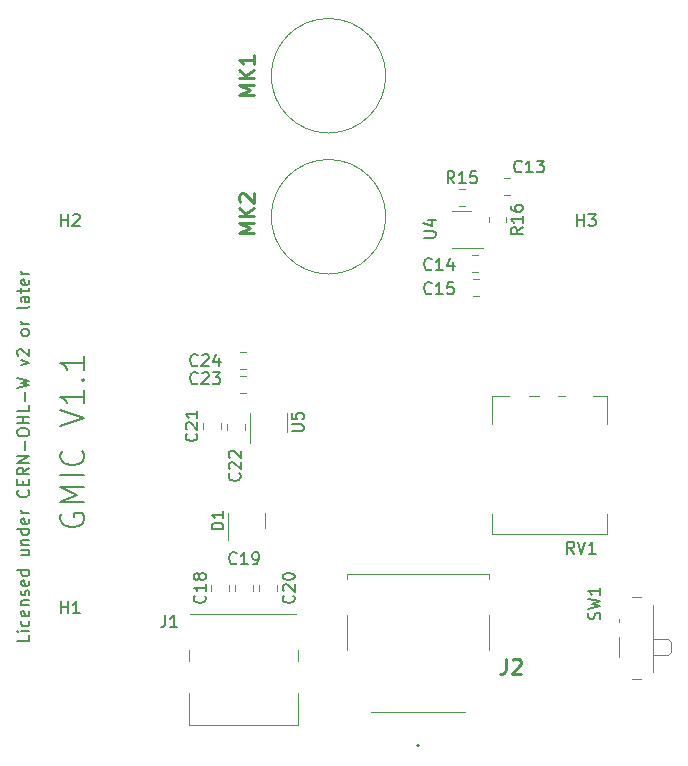
<source format=gbr>
G04 #@! TF.GenerationSoftware,KiCad,Pcbnew,7.0.1*
G04 #@! TF.CreationDate,2023-03-23T18:13:04+01:00*
G04 #@! TF.ProjectId,Project_Gmic,50726f6a-6563-4745-9f47-6d69632e6b69,V1.1*
G04 #@! TF.SameCoordinates,Original*
G04 #@! TF.FileFunction,Legend,Top*
G04 #@! TF.FilePolarity,Positive*
%FSLAX46Y46*%
G04 Gerber Fmt 4.6, Leading zero omitted, Abs format (unit mm)*
G04 Created by KiCad (PCBNEW 7.0.1) date 2023-03-23 18:13:04*
%MOMM*%
%LPD*%
G01*
G04 APERTURE LIST*
%ADD10C,0.150000*%
%ADD11C,0.200000*%
%ADD12C,0.254000*%
%ADD13C,0.120000*%
%ADD14C,0.100000*%
G04 APERTURE END LIST*
D10*
X2621619Y-145929049D02*
X2621619Y-146405239D01*
X2621619Y-146405239D02*
X1621619Y-146405239D01*
X2621619Y-145595715D02*
X1954952Y-145595715D01*
X1621619Y-145595715D02*
X1669238Y-145643334D01*
X1669238Y-145643334D02*
X1716857Y-145595715D01*
X1716857Y-145595715D02*
X1669238Y-145548096D01*
X1669238Y-145548096D02*
X1621619Y-145595715D01*
X1621619Y-145595715D02*
X1716857Y-145595715D01*
X2574000Y-144690954D02*
X2621619Y-144786192D01*
X2621619Y-144786192D02*
X2621619Y-144976668D01*
X2621619Y-144976668D02*
X2574000Y-145071906D01*
X2574000Y-145071906D02*
X2526380Y-145119525D01*
X2526380Y-145119525D02*
X2431142Y-145167144D01*
X2431142Y-145167144D02*
X2145428Y-145167144D01*
X2145428Y-145167144D02*
X2050190Y-145119525D01*
X2050190Y-145119525D02*
X2002571Y-145071906D01*
X2002571Y-145071906D02*
X1954952Y-144976668D01*
X1954952Y-144976668D02*
X1954952Y-144786192D01*
X1954952Y-144786192D02*
X2002571Y-144690954D01*
X2574000Y-143881430D02*
X2621619Y-143976668D01*
X2621619Y-143976668D02*
X2621619Y-144167144D01*
X2621619Y-144167144D02*
X2574000Y-144262382D01*
X2574000Y-144262382D02*
X2478761Y-144310001D01*
X2478761Y-144310001D02*
X2097809Y-144310001D01*
X2097809Y-144310001D02*
X2002571Y-144262382D01*
X2002571Y-144262382D02*
X1954952Y-144167144D01*
X1954952Y-144167144D02*
X1954952Y-143976668D01*
X1954952Y-143976668D02*
X2002571Y-143881430D01*
X2002571Y-143881430D02*
X2097809Y-143833811D01*
X2097809Y-143833811D02*
X2193047Y-143833811D01*
X2193047Y-143833811D02*
X2288285Y-144310001D01*
X1954952Y-143405239D02*
X2621619Y-143405239D01*
X2050190Y-143405239D02*
X2002571Y-143357620D01*
X2002571Y-143357620D02*
X1954952Y-143262382D01*
X1954952Y-143262382D02*
X1954952Y-143119525D01*
X1954952Y-143119525D02*
X2002571Y-143024287D01*
X2002571Y-143024287D02*
X2097809Y-142976668D01*
X2097809Y-142976668D02*
X2621619Y-142976668D01*
X2574000Y-142548096D02*
X2621619Y-142452858D01*
X2621619Y-142452858D02*
X2621619Y-142262382D01*
X2621619Y-142262382D02*
X2574000Y-142167144D01*
X2574000Y-142167144D02*
X2478761Y-142119525D01*
X2478761Y-142119525D02*
X2431142Y-142119525D01*
X2431142Y-142119525D02*
X2335904Y-142167144D01*
X2335904Y-142167144D02*
X2288285Y-142262382D01*
X2288285Y-142262382D02*
X2288285Y-142405239D01*
X2288285Y-142405239D02*
X2240666Y-142500477D01*
X2240666Y-142500477D02*
X2145428Y-142548096D01*
X2145428Y-142548096D02*
X2097809Y-142548096D01*
X2097809Y-142548096D02*
X2002571Y-142500477D01*
X2002571Y-142500477D02*
X1954952Y-142405239D01*
X1954952Y-142405239D02*
X1954952Y-142262382D01*
X1954952Y-142262382D02*
X2002571Y-142167144D01*
X2574000Y-141310001D02*
X2621619Y-141405239D01*
X2621619Y-141405239D02*
X2621619Y-141595715D01*
X2621619Y-141595715D02*
X2574000Y-141690953D01*
X2574000Y-141690953D02*
X2478761Y-141738572D01*
X2478761Y-141738572D02*
X2097809Y-141738572D01*
X2097809Y-141738572D02*
X2002571Y-141690953D01*
X2002571Y-141690953D02*
X1954952Y-141595715D01*
X1954952Y-141595715D02*
X1954952Y-141405239D01*
X1954952Y-141405239D02*
X2002571Y-141310001D01*
X2002571Y-141310001D02*
X2097809Y-141262382D01*
X2097809Y-141262382D02*
X2193047Y-141262382D01*
X2193047Y-141262382D02*
X2288285Y-141738572D01*
X2621619Y-140405239D02*
X1621619Y-140405239D01*
X2574000Y-140405239D02*
X2621619Y-140500477D01*
X2621619Y-140500477D02*
X2621619Y-140690953D01*
X2621619Y-140690953D02*
X2574000Y-140786191D01*
X2574000Y-140786191D02*
X2526380Y-140833810D01*
X2526380Y-140833810D02*
X2431142Y-140881429D01*
X2431142Y-140881429D02*
X2145428Y-140881429D01*
X2145428Y-140881429D02*
X2050190Y-140833810D01*
X2050190Y-140833810D02*
X2002571Y-140786191D01*
X2002571Y-140786191D02*
X1954952Y-140690953D01*
X1954952Y-140690953D02*
X1954952Y-140500477D01*
X1954952Y-140500477D02*
X2002571Y-140405239D01*
X1954952Y-138738572D02*
X2621619Y-138738572D01*
X1954952Y-139167143D02*
X2478761Y-139167143D01*
X2478761Y-139167143D02*
X2574000Y-139119524D01*
X2574000Y-139119524D02*
X2621619Y-139024286D01*
X2621619Y-139024286D02*
X2621619Y-138881429D01*
X2621619Y-138881429D02*
X2574000Y-138786191D01*
X2574000Y-138786191D02*
X2526380Y-138738572D01*
X1954952Y-138262381D02*
X2621619Y-138262381D01*
X2050190Y-138262381D02*
X2002571Y-138214762D01*
X2002571Y-138214762D02*
X1954952Y-138119524D01*
X1954952Y-138119524D02*
X1954952Y-137976667D01*
X1954952Y-137976667D02*
X2002571Y-137881429D01*
X2002571Y-137881429D02*
X2097809Y-137833810D01*
X2097809Y-137833810D02*
X2621619Y-137833810D01*
X2621619Y-136929048D02*
X1621619Y-136929048D01*
X2574000Y-136929048D02*
X2621619Y-137024286D01*
X2621619Y-137024286D02*
X2621619Y-137214762D01*
X2621619Y-137214762D02*
X2574000Y-137310000D01*
X2574000Y-137310000D02*
X2526380Y-137357619D01*
X2526380Y-137357619D02*
X2431142Y-137405238D01*
X2431142Y-137405238D02*
X2145428Y-137405238D01*
X2145428Y-137405238D02*
X2050190Y-137357619D01*
X2050190Y-137357619D02*
X2002571Y-137310000D01*
X2002571Y-137310000D02*
X1954952Y-137214762D01*
X1954952Y-137214762D02*
X1954952Y-137024286D01*
X1954952Y-137024286D02*
X2002571Y-136929048D01*
X2574000Y-136071905D02*
X2621619Y-136167143D01*
X2621619Y-136167143D02*
X2621619Y-136357619D01*
X2621619Y-136357619D02*
X2574000Y-136452857D01*
X2574000Y-136452857D02*
X2478761Y-136500476D01*
X2478761Y-136500476D02*
X2097809Y-136500476D01*
X2097809Y-136500476D02*
X2002571Y-136452857D01*
X2002571Y-136452857D02*
X1954952Y-136357619D01*
X1954952Y-136357619D02*
X1954952Y-136167143D01*
X1954952Y-136167143D02*
X2002571Y-136071905D01*
X2002571Y-136071905D02*
X2097809Y-136024286D01*
X2097809Y-136024286D02*
X2193047Y-136024286D01*
X2193047Y-136024286D02*
X2288285Y-136500476D01*
X2621619Y-135595714D02*
X1954952Y-135595714D01*
X2145428Y-135595714D02*
X2050190Y-135548095D01*
X2050190Y-135548095D02*
X2002571Y-135500476D01*
X2002571Y-135500476D02*
X1954952Y-135405238D01*
X1954952Y-135405238D02*
X1954952Y-135310000D01*
X2526380Y-133643333D02*
X2574000Y-133690952D01*
X2574000Y-133690952D02*
X2621619Y-133833809D01*
X2621619Y-133833809D02*
X2621619Y-133929047D01*
X2621619Y-133929047D02*
X2574000Y-134071904D01*
X2574000Y-134071904D02*
X2478761Y-134167142D01*
X2478761Y-134167142D02*
X2383523Y-134214761D01*
X2383523Y-134214761D02*
X2193047Y-134262380D01*
X2193047Y-134262380D02*
X2050190Y-134262380D01*
X2050190Y-134262380D02*
X1859714Y-134214761D01*
X1859714Y-134214761D02*
X1764476Y-134167142D01*
X1764476Y-134167142D02*
X1669238Y-134071904D01*
X1669238Y-134071904D02*
X1621619Y-133929047D01*
X1621619Y-133929047D02*
X1621619Y-133833809D01*
X1621619Y-133833809D02*
X1669238Y-133690952D01*
X1669238Y-133690952D02*
X1716857Y-133643333D01*
X2097809Y-133214761D02*
X2097809Y-132881428D01*
X2621619Y-132738571D02*
X2621619Y-133214761D01*
X2621619Y-133214761D02*
X1621619Y-133214761D01*
X1621619Y-133214761D02*
X1621619Y-132738571D01*
X2621619Y-131738571D02*
X2145428Y-132071904D01*
X2621619Y-132309999D02*
X1621619Y-132309999D01*
X1621619Y-132309999D02*
X1621619Y-131929047D01*
X1621619Y-131929047D02*
X1669238Y-131833809D01*
X1669238Y-131833809D02*
X1716857Y-131786190D01*
X1716857Y-131786190D02*
X1812095Y-131738571D01*
X1812095Y-131738571D02*
X1954952Y-131738571D01*
X1954952Y-131738571D02*
X2050190Y-131786190D01*
X2050190Y-131786190D02*
X2097809Y-131833809D01*
X2097809Y-131833809D02*
X2145428Y-131929047D01*
X2145428Y-131929047D02*
X2145428Y-132309999D01*
X2621619Y-131309999D02*
X1621619Y-131309999D01*
X1621619Y-131309999D02*
X2621619Y-130738571D01*
X2621619Y-130738571D02*
X1621619Y-130738571D01*
X2240666Y-130262380D02*
X2240666Y-129500476D01*
X1621619Y-128833809D02*
X1621619Y-128643333D01*
X1621619Y-128643333D02*
X1669238Y-128548095D01*
X1669238Y-128548095D02*
X1764476Y-128452857D01*
X1764476Y-128452857D02*
X1954952Y-128405238D01*
X1954952Y-128405238D02*
X2288285Y-128405238D01*
X2288285Y-128405238D02*
X2478761Y-128452857D01*
X2478761Y-128452857D02*
X2574000Y-128548095D01*
X2574000Y-128548095D02*
X2621619Y-128643333D01*
X2621619Y-128643333D02*
X2621619Y-128833809D01*
X2621619Y-128833809D02*
X2574000Y-128929047D01*
X2574000Y-128929047D02*
X2478761Y-129024285D01*
X2478761Y-129024285D02*
X2288285Y-129071904D01*
X2288285Y-129071904D02*
X1954952Y-129071904D01*
X1954952Y-129071904D02*
X1764476Y-129024285D01*
X1764476Y-129024285D02*
X1669238Y-128929047D01*
X1669238Y-128929047D02*
X1621619Y-128833809D01*
X2621619Y-127976666D02*
X1621619Y-127976666D01*
X2097809Y-127976666D02*
X2097809Y-127405238D01*
X2621619Y-127405238D02*
X1621619Y-127405238D01*
X2621619Y-126452857D02*
X2621619Y-126929047D01*
X2621619Y-126929047D02*
X1621619Y-126929047D01*
X2240666Y-126119523D02*
X2240666Y-125357619D01*
X1621619Y-124976666D02*
X2621619Y-124738571D01*
X2621619Y-124738571D02*
X1907333Y-124548095D01*
X1907333Y-124548095D02*
X2621619Y-124357619D01*
X2621619Y-124357619D02*
X1621619Y-124119524D01*
X1954952Y-123071904D02*
X2621619Y-122833809D01*
X2621619Y-122833809D02*
X1954952Y-122595714D01*
X1716857Y-122262380D02*
X1669238Y-122214761D01*
X1669238Y-122214761D02*
X1621619Y-122119523D01*
X1621619Y-122119523D02*
X1621619Y-121881428D01*
X1621619Y-121881428D02*
X1669238Y-121786190D01*
X1669238Y-121786190D02*
X1716857Y-121738571D01*
X1716857Y-121738571D02*
X1812095Y-121690952D01*
X1812095Y-121690952D02*
X1907333Y-121690952D01*
X1907333Y-121690952D02*
X2050190Y-121738571D01*
X2050190Y-121738571D02*
X2621619Y-122309999D01*
X2621619Y-122309999D02*
X2621619Y-121690952D01*
X2621619Y-120357618D02*
X2574000Y-120452856D01*
X2574000Y-120452856D02*
X2526380Y-120500475D01*
X2526380Y-120500475D02*
X2431142Y-120548094D01*
X2431142Y-120548094D02*
X2145428Y-120548094D01*
X2145428Y-120548094D02*
X2050190Y-120500475D01*
X2050190Y-120500475D02*
X2002571Y-120452856D01*
X2002571Y-120452856D02*
X1954952Y-120357618D01*
X1954952Y-120357618D02*
X1954952Y-120214761D01*
X1954952Y-120214761D02*
X2002571Y-120119523D01*
X2002571Y-120119523D02*
X2050190Y-120071904D01*
X2050190Y-120071904D02*
X2145428Y-120024285D01*
X2145428Y-120024285D02*
X2431142Y-120024285D01*
X2431142Y-120024285D02*
X2526380Y-120071904D01*
X2526380Y-120071904D02*
X2574000Y-120119523D01*
X2574000Y-120119523D02*
X2621619Y-120214761D01*
X2621619Y-120214761D02*
X2621619Y-120357618D01*
X2621619Y-119595713D02*
X1954952Y-119595713D01*
X2145428Y-119595713D02*
X2050190Y-119548094D01*
X2050190Y-119548094D02*
X2002571Y-119500475D01*
X2002571Y-119500475D02*
X1954952Y-119405237D01*
X1954952Y-119405237D02*
X1954952Y-119309999D01*
X2621619Y-118071903D02*
X2574000Y-118167141D01*
X2574000Y-118167141D02*
X2478761Y-118214760D01*
X2478761Y-118214760D02*
X1621619Y-118214760D01*
X2621619Y-117262379D02*
X2097809Y-117262379D01*
X2097809Y-117262379D02*
X2002571Y-117309998D01*
X2002571Y-117309998D02*
X1954952Y-117405236D01*
X1954952Y-117405236D02*
X1954952Y-117595712D01*
X1954952Y-117595712D02*
X2002571Y-117690950D01*
X2574000Y-117262379D02*
X2621619Y-117357617D01*
X2621619Y-117357617D02*
X2621619Y-117595712D01*
X2621619Y-117595712D02*
X2574000Y-117690950D01*
X2574000Y-117690950D02*
X2478761Y-117738569D01*
X2478761Y-117738569D02*
X2383523Y-117738569D01*
X2383523Y-117738569D02*
X2288285Y-117690950D01*
X2288285Y-117690950D02*
X2240666Y-117595712D01*
X2240666Y-117595712D02*
X2240666Y-117357617D01*
X2240666Y-117357617D02*
X2193047Y-117262379D01*
X1954952Y-116929045D02*
X1954952Y-116548093D01*
X1621619Y-116786188D02*
X2478761Y-116786188D01*
X2478761Y-116786188D02*
X2574000Y-116738569D01*
X2574000Y-116738569D02*
X2621619Y-116643331D01*
X2621619Y-116643331D02*
X2621619Y-116548093D01*
X2574000Y-115833807D02*
X2621619Y-115929045D01*
X2621619Y-115929045D02*
X2621619Y-116119521D01*
X2621619Y-116119521D02*
X2574000Y-116214759D01*
X2574000Y-116214759D02*
X2478761Y-116262378D01*
X2478761Y-116262378D02*
X2097809Y-116262378D01*
X2097809Y-116262378D02*
X2002571Y-116214759D01*
X2002571Y-116214759D02*
X1954952Y-116119521D01*
X1954952Y-116119521D02*
X1954952Y-115929045D01*
X1954952Y-115929045D02*
X2002571Y-115833807D01*
X2002571Y-115833807D02*
X2097809Y-115786188D01*
X2097809Y-115786188D02*
X2193047Y-115786188D01*
X2193047Y-115786188D02*
X2288285Y-116262378D01*
X2621619Y-115357616D02*
X1954952Y-115357616D01*
X2145428Y-115357616D02*
X2050190Y-115309997D01*
X2050190Y-115309997D02*
X2002571Y-115262378D01*
X2002571Y-115262378D02*
X1954952Y-115167140D01*
X1954952Y-115167140D02*
X1954952Y-115071902D01*
D11*
X5370476Y-135635238D02*
X5275238Y-135825714D01*
X5275238Y-135825714D02*
X5275238Y-136111428D01*
X5275238Y-136111428D02*
X5370476Y-136397143D01*
X5370476Y-136397143D02*
X5560952Y-136587619D01*
X5560952Y-136587619D02*
X5751428Y-136682857D01*
X5751428Y-136682857D02*
X6132380Y-136778095D01*
X6132380Y-136778095D02*
X6418095Y-136778095D01*
X6418095Y-136778095D02*
X6799047Y-136682857D01*
X6799047Y-136682857D02*
X6989523Y-136587619D01*
X6989523Y-136587619D02*
X7180000Y-136397143D01*
X7180000Y-136397143D02*
X7275238Y-136111428D01*
X7275238Y-136111428D02*
X7275238Y-135920952D01*
X7275238Y-135920952D02*
X7180000Y-135635238D01*
X7180000Y-135635238D02*
X7084761Y-135540000D01*
X7084761Y-135540000D02*
X6418095Y-135540000D01*
X6418095Y-135540000D02*
X6418095Y-135920952D01*
X7275238Y-134682857D02*
X5275238Y-134682857D01*
X5275238Y-134682857D02*
X6703809Y-134016190D01*
X6703809Y-134016190D02*
X5275238Y-133349524D01*
X5275238Y-133349524D02*
X7275238Y-133349524D01*
X7275238Y-132397143D02*
X5275238Y-132397143D01*
X7084761Y-130301905D02*
X7180000Y-130397143D01*
X7180000Y-130397143D02*
X7275238Y-130682857D01*
X7275238Y-130682857D02*
X7275238Y-130873333D01*
X7275238Y-130873333D02*
X7180000Y-131159048D01*
X7180000Y-131159048D02*
X6989523Y-131349524D01*
X6989523Y-131349524D02*
X6799047Y-131444762D01*
X6799047Y-131444762D02*
X6418095Y-131540000D01*
X6418095Y-131540000D02*
X6132380Y-131540000D01*
X6132380Y-131540000D02*
X5751428Y-131444762D01*
X5751428Y-131444762D02*
X5560952Y-131349524D01*
X5560952Y-131349524D02*
X5370476Y-131159048D01*
X5370476Y-131159048D02*
X5275238Y-130873333D01*
X5275238Y-130873333D02*
X5275238Y-130682857D01*
X5275238Y-130682857D02*
X5370476Y-130397143D01*
X5370476Y-130397143D02*
X5465714Y-130301905D01*
X5275238Y-128206666D02*
X7275238Y-127540000D01*
X7275238Y-127540000D02*
X5275238Y-126873333D01*
X7275238Y-125159047D02*
X7275238Y-126301904D01*
X7275238Y-125730476D02*
X5275238Y-125730476D01*
X5275238Y-125730476D02*
X5560952Y-125920952D01*
X5560952Y-125920952D02*
X5751428Y-126111428D01*
X5751428Y-126111428D02*
X5846666Y-126301904D01*
X7084761Y-124301904D02*
X7180000Y-124206666D01*
X7180000Y-124206666D02*
X7275238Y-124301904D01*
X7275238Y-124301904D02*
X7180000Y-124397142D01*
X7180000Y-124397142D02*
X7084761Y-124301904D01*
X7084761Y-124301904D02*
X7275238Y-124301904D01*
X7275238Y-122301904D02*
X7275238Y-123444761D01*
X7275238Y-122873333D02*
X5275238Y-122873333D01*
X5275238Y-122873333D02*
X5560952Y-123063809D01*
X5560952Y-123063809D02*
X5751428Y-123254285D01*
X5751428Y-123254285D02*
X5846666Y-123444761D01*
D10*
X48769761Y-139012619D02*
X48436428Y-138536428D01*
X48198333Y-139012619D02*
X48198333Y-138012619D01*
X48198333Y-138012619D02*
X48579285Y-138012619D01*
X48579285Y-138012619D02*
X48674523Y-138060238D01*
X48674523Y-138060238D02*
X48722142Y-138107857D01*
X48722142Y-138107857D02*
X48769761Y-138203095D01*
X48769761Y-138203095D02*
X48769761Y-138345952D01*
X48769761Y-138345952D02*
X48722142Y-138441190D01*
X48722142Y-138441190D02*
X48674523Y-138488809D01*
X48674523Y-138488809D02*
X48579285Y-138536428D01*
X48579285Y-138536428D02*
X48198333Y-138536428D01*
X49055476Y-138012619D02*
X49388809Y-139012619D01*
X49388809Y-139012619D02*
X49722142Y-138012619D01*
X50579285Y-139012619D02*
X50007857Y-139012619D01*
X50293571Y-139012619D02*
X50293571Y-138012619D01*
X50293571Y-138012619D02*
X50198333Y-138155476D01*
X50198333Y-138155476D02*
X50103095Y-138250714D01*
X50103095Y-138250714D02*
X50007857Y-138298333D01*
D12*
X43010667Y-147907526D02*
X43010667Y-148814669D01*
X43010667Y-148814669D02*
X42950190Y-148996097D01*
X42950190Y-148996097D02*
X42829238Y-149117050D01*
X42829238Y-149117050D02*
X42647809Y-149177526D01*
X42647809Y-149177526D02*
X42526857Y-149177526D01*
X43554952Y-148028478D02*
X43615428Y-147968002D01*
X43615428Y-147968002D02*
X43736381Y-147907526D01*
X43736381Y-147907526D02*
X44038762Y-147907526D01*
X44038762Y-147907526D02*
X44159714Y-147968002D01*
X44159714Y-147968002D02*
X44220190Y-148028478D01*
X44220190Y-148028478D02*
X44280667Y-148149430D01*
X44280667Y-148149430D02*
X44280667Y-148270383D01*
X44280667Y-148270383D02*
X44220190Y-148451811D01*
X44220190Y-148451811D02*
X43494476Y-149177526D01*
X43494476Y-149177526D02*
X44280667Y-149177526D01*
D10*
X44315142Y-106637380D02*
X44267523Y-106685000D01*
X44267523Y-106685000D02*
X44124666Y-106732619D01*
X44124666Y-106732619D02*
X44029428Y-106732619D01*
X44029428Y-106732619D02*
X43886571Y-106685000D01*
X43886571Y-106685000D02*
X43791333Y-106589761D01*
X43791333Y-106589761D02*
X43743714Y-106494523D01*
X43743714Y-106494523D02*
X43696095Y-106304047D01*
X43696095Y-106304047D02*
X43696095Y-106161190D01*
X43696095Y-106161190D02*
X43743714Y-105970714D01*
X43743714Y-105970714D02*
X43791333Y-105875476D01*
X43791333Y-105875476D02*
X43886571Y-105780238D01*
X43886571Y-105780238D02*
X44029428Y-105732619D01*
X44029428Y-105732619D02*
X44124666Y-105732619D01*
X44124666Y-105732619D02*
X44267523Y-105780238D01*
X44267523Y-105780238D02*
X44315142Y-105827857D01*
X45267523Y-106732619D02*
X44696095Y-106732619D01*
X44981809Y-106732619D02*
X44981809Y-105732619D01*
X44981809Y-105732619D02*
X44886571Y-105875476D01*
X44886571Y-105875476D02*
X44791333Y-105970714D01*
X44791333Y-105970714D02*
X44696095Y-106018333D01*
X45600857Y-105732619D02*
X46219904Y-105732619D01*
X46219904Y-105732619D02*
X45886571Y-106113571D01*
X45886571Y-106113571D02*
X46029428Y-106113571D01*
X46029428Y-106113571D02*
X46124666Y-106161190D01*
X46124666Y-106161190D02*
X46172285Y-106208809D01*
X46172285Y-106208809D02*
X46219904Y-106304047D01*
X46219904Y-106304047D02*
X46219904Y-106542142D01*
X46219904Y-106542142D02*
X46172285Y-106637380D01*
X46172285Y-106637380D02*
X46124666Y-106685000D01*
X46124666Y-106685000D02*
X46029428Y-106732619D01*
X46029428Y-106732619D02*
X45743714Y-106732619D01*
X45743714Y-106732619D02*
X45648476Y-106685000D01*
X45648476Y-106685000D02*
X45600857Y-106637380D01*
X36695142Y-114921380D02*
X36647523Y-114969000D01*
X36647523Y-114969000D02*
X36504666Y-115016619D01*
X36504666Y-115016619D02*
X36409428Y-115016619D01*
X36409428Y-115016619D02*
X36266571Y-114969000D01*
X36266571Y-114969000D02*
X36171333Y-114873761D01*
X36171333Y-114873761D02*
X36123714Y-114778523D01*
X36123714Y-114778523D02*
X36076095Y-114588047D01*
X36076095Y-114588047D02*
X36076095Y-114445190D01*
X36076095Y-114445190D02*
X36123714Y-114254714D01*
X36123714Y-114254714D02*
X36171333Y-114159476D01*
X36171333Y-114159476D02*
X36266571Y-114064238D01*
X36266571Y-114064238D02*
X36409428Y-114016619D01*
X36409428Y-114016619D02*
X36504666Y-114016619D01*
X36504666Y-114016619D02*
X36647523Y-114064238D01*
X36647523Y-114064238D02*
X36695142Y-114111857D01*
X37647523Y-115016619D02*
X37076095Y-115016619D01*
X37361809Y-115016619D02*
X37361809Y-114016619D01*
X37361809Y-114016619D02*
X37266571Y-114159476D01*
X37266571Y-114159476D02*
X37171333Y-114254714D01*
X37171333Y-114254714D02*
X37076095Y-114302333D01*
X38504666Y-114349952D02*
X38504666Y-115016619D01*
X38266571Y-113969000D02*
X38028476Y-114683285D01*
X38028476Y-114683285D02*
X38647523Y-114683285D01*
X17483380Y-142562857D02*
X17531000Y-142610476D01*
X17531000Y-142610476D02*
X17578619Y-142753333D01*
X17578619Y-142753333D02*
X17578619Y-142848571D01*
X17578619Y-142848571D02*
X17531000Y-142991428D01*
X17531000Y-142991428D02*
X17435761Y-143086666D01*
X17435761Y-143086666D02*
X17340523Y-143134285D01*
X17340523Y-143134285D02*
X17150047Y-143181904D01*
X17150047Y-143181904D02*
X17007190Y-143181904D01*
X17007190Y-143181904D02*
X16816714Y-143134285D01*
X16816714Y-143134285D02*
X16721476Y-143086666D01*
X16721476Y-143086666D02*
X16626238Y-142991428D01*
X16626238Y-142991428D02*
X16578619Y-142848571D01*
X16578619Y-142848571D02*
X16578619Y-142753333D01*
X16578619Y-142753333D02*
X16626238Y-142610476D01*
X16626238Y-142610476D02*
X16673857Y-142562857D01*
X17578619Y-141610476D02*
X17578619Y-142181904D01*
X17578619Y-141896190D02*
X16578619Y-141896190D01*
X16578619Y-141896190D02*
X16721476Y-141991428D01*
X16721476Y-141991428D02*
X16816714Y-142086666D01*
X16816714Y-142086666D02*
X16864333Y-142181904D01*
X17007190Y-141039047D02*
X16959571Y-141134285D01*
X16959571Y-141134285D02*
X16911952Y-141181904D01*
X16911952Y-141181904D02*
X16816714Y-141229523D01*
X16816714Y-141229523D02*
X16769095Y-141229523D01*
X16769095Y-141229523D02*
X16673857Y-141181904D01*
X16673857Y-141181904D02*
X16626238Y-141134285D01*
X16626238Y-141134285D02*
X16578619Y-141039047D01*
X16578619Y-141039047D02*
X16578619Y-140848571D01*
X16578619Y-140848571D02*
X16626238Y-140753333D01*
X16626238Y-140753333D02*
X16673857Y-140705714D01*
X16673857Y-140705714D02*
X16769095Y-140658095D01*
X16769095Y-140658095D02*
X16816714Y-140658095D01*
X16816714Y-140658095D02*
X16911952Y-140705714D01*
X16911952Y-140705714D02*
X16959571Y-140753333D01*
X16959571Y-140753333D02*
X17007190Y-140848571D01*
X17007190Y-140848571D02*
X17007190Y-141039047D01*
X17007190Y-141039047D02*
X17054809Y-141134285D01*
X17054809Y-141134285D02*
X17102428Y-141181904D01*
X17102428Y-141181904D02*
X17197666Y-141229523D01*
X17197666Y-141229523D02*
X17388142Y-141229523D01*
X17388142Y-141229523D02*
X17483380Y-141181904D01*
X17483380Y-141181904D02*
X17531000Y-141134285D01*
X17531000Y-141134285D02*
X17578619Y-141039047D01*
X17578619Y-141039047D02*
X17578619Y-140848571D01*
X17578619Y-140848571D02*
X17531000Y-140753333D01*
X17531000Y-140753333D02*
X17483380Y-140705714D01*
X17483380Y-140705714D02*
X17388142Y-140658095D01*
X17388142Y-140658095D02*
X17197666Y-140658095D01*
X17197666Y-140658095D02*
X17102428Y-140705714D01*
X17102428Y-140705714D02*
X17054809Y-140753333D01*
X17054809Y-140753333D02*
X17007190Y-140848571D01*
X20185142Y-139813380D02*
X20137523Y-139861000D01*
X20137523Y-139861000D02*
X19994666Y-139908619D01*
X19994666Y-139908619D02*
X19899428Y-139908619D01*
X19899428Y-139908619D02*
X19756571Y-139861000D01*
X19756571Y-139861000D02*
X19661333Y-139765761D01*
X19661333Y-139765761D02*
X19613714Y-139670523D01*
X19613714Y-139670523D02*
X19566095Y-139480047D01*
X19566095Y-139480047D02*
X19566095Y-139337190D01*
X19566095Y-139337190D02*
X19613714Y-139146714D01*
X19613714Y-139146714D02*
X19661333Y-139051476D01*
X19661333Y-139051476D02*
X19756571Y-138956238D01*
X19756571Y-138956238D02*
X19899428Y-138908619D01*
X19899428Y-138908619D02*
X19994666Y-138908619D01*
X19994666Y-138908619D02*
X20137523Y-138956238D01*
X20137523Y-138956238D02*
X20185142Y-139003857D01*
X21137523Y-139908619D02*
X20566095Y-139908619D01*
X20851809Y-139908619D02*
X20851809Y-138908619D01*
X20851809Y-138908619D02*
X20756571Y-139051476D01*
X20756571Y-139051476D02*
X20661333Y-139146714D01*
X20661333Y-139146714D02*
X20566095Y-139194333D01*
X21613714Y-139908619D02*
X21804190Y-139908619D01*
X21804190Y-139908619D02*
X21899428Y-139861000D01*
X21899428Y-139861000D02*
X21947047Y-139813380D01*
X21947047Y-139813380D02*
X22042285Y-139670523D01*
X22042285Y-139670523D02*
X22089904Y-139480047D01*
X22089904Y-139480047D02*
X22089904Y-139099095D01*
X22089904Y-139099095D02*
X22042285Y-139003857D01*
X22042285Y-139003857D02*
X21994666Y-138956238D01*
X21994666Y-138956238D02*
X21899428Y-138908619D01*
X21899428Y-138908619D02*
X21708952Y-138908619D01*
X21708952Y-138908619D02*
X21613714Y-138956238D01*
X21613714Y-138956238D02*
X21566095Y-139003857D01*
X21566095Y-139003857D02*
X21518476Y-139099095D01*
X21518476Y-139099095D02*
X21518476Y-139337190D01*
X21518476Y-139337190D02*
X21566095Y-139432428D01*
X21566095Y-139432428D02*
X21613714Y-139480047D01*
X21613714Y-139480047D02*
X21708952Y-139527666D01*
X21708952Y-139527666D02*
X21899428Y-139527666D01*
X21899428Y-139527666D02*
X21994666Y-139480047D01*
X21994666Y-139480047D02*
X22042285Y-139432428D01*
X22042285Y-139432428D02*
X22089904Y-139337190D01*
X25005380Y-142562857D02*
X25053000Y-142610476D01*
X25053000Y-142610476D02*
X25100619Y-142753333D01*
X25100619Y-142753333D02*
X25100619Y-142848571D01*
X25100619Y-142848571D02*
X25053000Y-142991428D01*
X25053000Y-142991428D02*
X24957761Y-143086666D01*
X24957761Y-143086666D02*
X24862523Y-143134285D01*
X24862523Y-143134285D02*
X24672047Y-143181904D01*
X24672047Y-143181904D02*
X24529190Y-143181904D01*
X24529190Y-143181904D02*
X24338714Y-143134285D01*
X24338714Y-143134285D02*
X24243476Y-143086666D01*
X24243476Y-143086666D02*
X24148238Y-142991428D01*
X24148238Y-142991428D02*
X24100619Y-142848571D01*
X24100619Y-142848571D02*
X24100619Y-142753333D01*
X24100619Y-142753333D02*
X24148238Y-142610476D01*
X24148238Y-142610476D02*
X24195857Y-142562857D01*
X24195857Y-142181904D02*
X24148238Y-142134285D01*
X24148238Y-142134285D02*
X24100619Y-142039047D01*
X24100619Y-142039047D02*
X24100619Y-141800952D01*
X24100619Y-141800952D02*
X24148238Y-141705714D01*
X24148238Y-141705714D02*
X24195857Y-141658095D01*
X24195857Y-141658095D02*
X24291095Y-141610476D01*
X24291095Y-141610476D02*
X24386333Y-141610476D01*
X24386333Y-141610476D02*
X24529190Y-141658095D01*
X24529190Y-141658095D02*
X25100619Y-142229523D01*
X25100619Y-142229523D02*
X25100619Y-141610476D01*
X24100619Y-140991428D02*
X24100619Y-140896190D01*
X24100619Y-140896190D02*
X24148238Y-140800952D01*
X24148238Y-140800952D02*
X24195857Y-140753333D01*
X24195857Y-140753333D02*
X24291095Y-140705714D01*
X24291095Y-140705714D02*
X24481571Y-140658095D01*
X24481571Y-140658095D02*
X24719666Y-140658095D01*
X24719666Y-140658095D02*
X24910142Y-140705714D01*
X24910142Y-140705714D02*
X25005380Y-140753333D01*
X25005380Y-140753333D02*
X25053000Y-140800952D01*
X25053000Y-140800952D02*
X25100619Y-140896190D01*
X25100619Y-140896190D02*
X25100619Y-140991428D01*
X25100619Y-140991428D02*
X25053000Y-141086666D01*
X25053000Y-141086666D02*
X25005380Y-141134285D01*
X25005380Y-141134285D02*
X24910142Y-141181904D01*
X24910142Y-141181904D02*
X24719666Y-141229523D01*
X24719666Y-141229523D02*
X24481571Y-141229523D01*
X24481571Y-141229523D02*
X24291095Y-141181904D01*
X24291095Y-141181904D02*
X24195857Y-141134285D01*
X24195857Y-141134285D02*
X24148238Y-141086666D01*
X24148238Y-141086666D02*
X24100619Y-140991428D01*
X14144666Y-144242619D02*
X14144666Y-144956904D01*
X14144666Y-144956904D02*
X14097047Y-145099761D01*
X14097047Y-145099761D02*
X14001809Y-145195000D01*
X14001809Y-145195000D02*
X13858952Y-145242619D01*
X13858952Y-145242619D02*
X13763714Y-145242619D01*
X15144666Y-145242619D02*
X14573238Y-145242619D01*
X14858952Y-145242619D02*
X14858952Y-144242619D01*
X14858952Y-144242619D02*
X14763714Y-144385476D01*
X14763714Y-144385476D02*
X14668476Y-144480714D01*
X14668476Y-144480714D02*
X14573238Y-144528333D01*
D12*
X21669526Y-100215095D02*
X20399526Y-100215095D01*
X20399526Y-100215095D02*
X21306669Y-99791761D01*
X21306669Y-99791761D02*
X20399526Y-99368428D01*
X20399526Y-99368428D02*
X21669526Y-99368428D01*
X21669526Y-98763666D02*
X20399526Y-98763666D01*
X21669526Y-98037951D02*
X20943811Y-98582237D01*
X20399526Y-98037951D02*
X21125240Y-98763666D01*
X21669526Y-96828427D02*
X21669526Y-97554142D01*
X21669526Y-97191285D02*
X20399526Y-97191285D01*
X20399526Y-97191285D02*
X20580954Y-97312237D01*
X20580954Y-97312237D02*
X20701907Y-97433189D01*
X20701907Y-97433189D02*
X20762383Y-97554142D01*
X21669526Y-111899095D02*
X20399526Y-111899095D01*
X20399526Y-111899095D02*
X21306669Y-111475761D01*
X21306669Y-111475761D02*
X20399526Y-111052428D01*
X20399526Y-111052428D02*
X21669526Y-111052428D01*
X21669526Y-110447666D02*
X20399526Y-110447666D01*
X21669526Y-109721951D02*
X20943811Y-110266237D01*
X20399526Y-109721951D02*
X21125240Y-110447666D01*
X20520478Y-109238142D02*
X20460002Y-109177666D01*
X20460002Y-109177666D02*
X20399526Y-109056713D01*
X20399526Y-109056713D02*
X20399526Y-108754332D01*
X20399526Y-108754332D02*
X20460002Y-108633380D01*
X20460002Y-108633380D02*
X20520478Y-108572904D01*
X20520478Y-108572904D02*
X20641430Y-108512427D01*
X20641430Y-108512427D02*
X20762383Y-108512427D01*
X20762383Y-108512427D02*
X20943811Y-108572904D01*
X20943811Y-108572904D02*
X21669526Y-109298618D01*
X21669526Y-109298618D02*
X21669526Y-108512427D01*
D10*
X38623642Y-107651619D02*
X38290309Y-107175428D01*
X38052214Y-107651619D02*
X38052214Y-106651619D01*
X38052214Y-106651619D02*
X38433166Y-106651619D01*
X38433166Y-106651619D02*
X38528404Y-106699238D01*
X38528404Y-106699238D02*
X38576023Y-106746857D01*
X38576023Y-106746857D02*
X38623642Y-106842095D01*
X38623642Y-106842095D02*
X38623642Y-106984952D01*
X38623642Y-106984952D02*
X38576023Y-107080190D01*
X38576023Y-107080190D02*
X38528404Y-107127809D01*
X38528404Y-107127809D02*
X38433166Y-107175428D01*
X38433166Y-107175428D02*
X38052214Y-107175428D01*
X39576023Y-107651619D02*
X39004595Y-107651619D01*
X39290309Y-107651619D02*
X39290309Y-106651619D01*
X39290309Y-106651619D02*
X39195071Y-106794476D01*
X39195071Y-106794476D02*
X39099833Y-106889714D01*
X39099833Y-106889714D02*
X39004595Y-106937333D01*
X40480785Y-106651619D02*
X40004595Y-106651619D01*
X40004595Y-106651619D02*
X39956976Y-107127809D01*
X39956976Y-107127809D02*
X40004595Y-107080190D01*
X40004595Y-107080190D02*
X40099833Y-107032571D01*
X40099833Y-107032571D02*
X40337928Y-107032571D01*
X40337928Y-107032571D02*
X40433166Y-107080190D01*
X40433166Y-107080190D02*
X40480785Y-107127809D01*
X40480785Y-107127809D02*
X40528404Y-107223047D01*
X40528404Y-107223047D02*
X40528404Y-107461142D01*
X40528404Y-107461142D02*
X40480785Y-107556380D01*
X40480785Y-107556380D02*
X40433166Y-107604000D01*
X40433166Y-107604000D02*
X40337928Y-107651619D01*
X40337928Y-107651619D02*
X40099833Y-107651619D01*
X40099833Y-107651619D02*
X40004595Y-107604000D01*
X40004595Y-107604000D02*
X39956976Y-107556380D01*
X50936000Y-144589332D02*
X50983619Y-144446475D01*
X50983619Y-144446475D02*
X50983619Y-144208380D01*
X50983619Y-144208380D02*
X50936000Y-144113142D01*
X50936000Y-144113142D02*
X50888380Y-144065523D01*
X50888380Y-144065523D02*
X50793142Y-144017904D01*
X50793142Y-144017904D02*
X50697904Y-144017904D01*
X50697904Y-144017904D02*
X50602666Y-144065523D01*
X50602666Y-144065523D02*
X50555047Y-144113142D01*
X50555047Y-144113142D02*
X50507428Y-144208380D01*
X50507428Y-144208380D02*
X50459809Y-144398856D01*
X50459809Y-144398856D02*
X50412190Y-144494094D01*
X50412190Y-144494094D02*
X50364571Y-144541713D01*
X50364571Y-144541713D02*
X50269333Y-144589332D01*
X50269333Y-144589332D02*
X50174095Y-144589332D01*
X50174095Y-144589332D02*
X50078857Y-144541713D01*
X50078857Y-144541713D02*
X50031238Y-144494094D01*
X50031238Y-144494094D02*
X49983619Y-144398856D01*
X49983619Y-144398856D02*
X49983619Y-144160761D01*
X49983619Y-144160761D02*
X50031238Y-144017904D01*
X49983619Y-143684570D02*
X50983619Y-143446475D01*
X50983619Y-143446475D02*
X50269333Y-143255999D01*
X50269333Y-143255999D02*
X50983619Y-143065523D01*
X50983619Y-143065523D02*
X49983619Y-142827428D01*
X50983619Y-141922666D02*
X50983619Y-142494094D01*
X50983619Y-142208380D02*
X49983619Y-142208380D01*
X49983619Y-142208380D02*
X50126476Y-142303618D01*
X50126476Y-142303618D02*
X50221714Y-142398856D01*
X50221714Y-142398856D02*
X50269333Y-142494094D01*
X5334095Y-144036619D02*
X5334095Y-143036619D01*
X5334095Y-143512809D02*
X5905523Y-143512809D01*
X5905523Y-144036619D02*
X5905523Y-143036619D01*
X6905523Y-144036619D02*
X6334095Y-144036619D01*
X6619809Y-144036619D02*
X6619809Y-143036619D01*
X6619809Y-143036619D02*
X6524571Y-143179476D01*
X6524571Y-143179476D02*
X6429333Y-143274714D01*
X6429333Y-143274714D02*
X6334095Y-143322333D01*
X5334095Y-111270619D02*
X5334095Y-110270619D01*
X5334095Y-110746809D02*
X5905523Y-110746809D01*
X5905523Y-111270619D02*
X5905523Y-110270619D01*
X6334095Y-110365857D02*
X6381714Y-110318238D01*
X6381714Y-110318238D02*
X6476952Y-110270619D01*
X6476952Y-110270619D02*
X6715047Y-110270619D01*
X6715047Y-110270619D02*
X6810285Y-110318238D01*
X6810285Y-110318238D02*
X6857904Y-110365857D01*
X6857904Y-110365857D02*
X6905523Y-110461095D01*
X6905523Y-110461095D02*
X6905523Y-110556333D01*
X6905523Y-110556333D02*
X6857904Y-110699190D01*
X6857904Y-110699190D02*
X6286476Y-111270619D01*
X6286476Y-111270619D02*
X6905523Y-111270619D01*
X49022095Y-111270619D02*
X49022095Y-110270619D01*
X49022095Y-110746809D02*
X49593523Y-110746809D01*
X49593523Y-111270619D02*
X49593523Y-110270619D01*
X49974476Y-110270619D02*
X50593523Y-110270619D01*
X50593523Y-110270619D02*
X50260190Y-110651571D01*
X50260190Y-110651571D02*
X50403047Y-110651571D01*
X50403047Y-110651571D02*
X50498285Y-110699190D01*
X50498285Y-110699190D02*
X50545904Y-110746809D01*
X50545904Y-110746809D02*
X50593523Y-110842047D01*
X50593523Y-110842047D02*
X50593523Y-111080142D01*
X50593523Y-111080142D02*
X50545904Y-111175380D01*
X50545904Y-111175380D02*
X50498285Y-111223000D01*
X50498285Y-111223000D02*
X50403047Y-111270619D01*
X50403047Y-111270619D02*
X50117333Y-111270619D01*
X50117333Y-111270619D02*
X50022095Y-111223000D01*
X50022095Y-111223000D02*
X49974476Y-111175380D01*
X16782380Y-128851857D02*
X16830000Y-128899476D01*
X16830000Y-128899476D02*
X16877619Y-129042333D01*
X16877619Y-129042333D02*
X16877619Y-129137571D01*
X16877619Y-129137571D02*
X16830000Y-129280428D01*
X16830000Y-129280428D02*
X16734761Y-129375666D01*
X16734761Y-129375666D02*
X16639523Y-129423285D01*
X16639523Y-129423285D02*
X16449047Y-129470904D01*
X16449047Y-129470904D02*
X16306190Y-129470904D01*
X16306190Y-129470904D02*
X16115714Y-129423285D01*
X16115714Y-129423285D02*
X16020476Y-129375666D01*
X16020476Y-129375666D02*
X15925238Y-129280428D01*
X15925238Y-129280428D02*
X15877619Y-129137571D01*
X15877619Y-129137571D02*
X15877619Y-129042333D01*
X15877619Y-129042333D02*
X15925238Y-128899476D01*
X15925238Y-128899476D02*
X15972857Y-128851857D01*
X15972857Y-128470904D02*
X15925238Y-128423285D01*
X15925238Y-128423285D02*
X15877619Y-128328047D01*
X15877619Y-128328047D02*
X15877619Y-128089952D01*
X15877619Y-128089952D02*
X15925238Y-127994714D01*
X15925238Y-127994714D02*
X15972857Y-127947095D01*
X15972857Y-127947095D02*
X16068095Y-127899476D01*
X16068095Y-127899476D02*
X16163333Y-127899476D01*
X16163333Y-127899476D02*
X16306190Y-127947095D01*
X16306190Y-127947095D02*
X16877619Y-128518523D01*
X16877619Y-128518523D02*
X16877619Y-127899476D01*
X16877619Y-126947095D02*
X16877619Y-127518523D01*
X16877619Y-127232809D02*
X15877619Y-127232809D01*
X15877619Y-127232809D02*
X16020476Y-127328047D01*
X16020476Y-127328047D02*
X16115714Y-127423285D01*
X16115714Y-127423285D02*
X16163333Y-127518523D01*
X36038619Y-112267904D02*
X36848142Y-112267904D01*
X36848142Y-112267904D02*
X36943380Y-112220285D01*
X36943380Y-112220285D02*
X36991000Y-112172666D01*
X36991000Y-112172666D02*
X37038619Y-112077428D01*
X37038619Y-112077428D02*
X37038619Y-111886952D01*
X37038619Y-111886952D02*
X36991000Y-111791714D01*
X36991000Y-111791714D02*
X36943380Y-111744095D01*
X36943380Y-111744095D02*
X36848142Y-111696476D01*
X36848142Y-111696476D02*
X36038619Y-111696476D01*
X36371952Y-110791714D02*
X37038619Y-110791714D01*
X35991000Y-111029809D02*
X36705285Y-111267904D01*
X36705285Y-111267904D02*
X36705285Y-110648857D01*
X36695142Y-116953380D02*
X36647523Y-117001000D01*
X36647523Y-117001000D02*
X36504666Y-117048619D01*
X36504666Y-117048619D02*
X36409428Y-117048619D01*
X36409428Y-117048619D02*
X36266571Y-117001000D01*
X36266571Y-117001000D02*
X36171333Y-116905761D01*
X36171333Y-116905761D02*
X36123714Y-116810523D01*
X36123714Y-116810523D02*
X36076095Y-116620047D01*
X36076095Y-116620047D02*
X36076095Y-116477190D01*
X36076095Y-116477190D02*
X36123714Y-116286714D01*
X36123714Y-116286714D02*
X36171333Y-116191476D01*
X36171333Y-116191476D02*
X36266571Y-116096238D01*
X36266571Y-116096238D02*
X36409428Y-116048619D01*
X36409428Y-116048619D02*
X36504666Y-116048619D01*
X36504666Y-116048619D02*
X36647523Y-116096238D01*
X36647523Y-116096238D02*
X36695142Y-116143857D01*
X37647523Y-117048619D02*
X37076095Y-117048619D01*
X37361809Y-117048619D02*
X37361809Y-116048619D01*
X37361809Y-116048619D02*
X37266571Y-116191476D01*
X37266571Y-116191476D02*
X37171333Y-116286714D01*
X37171333Y-116286714D02*
X37076095Y-116334333D01*
X38552285Y-116048619D02*
X38076095Y-116048619D01*
X38076095Y-116048619D02*
X38028476Y-116524809D01*
X38028476Y-116524809D02*
X38076095Y-116477190D01*
X38076095Y-116477190D02*
X38171333Y-116429571D01*
X38171333Y-116429571D02*
X38409428Y-116429571D01*
X38409428Y-116429571D02*
X38504666Y-116477190D01*
X38504666Y-116477190D02*
X38552285Y-116524809D01*
X38552285Y-116524809D02*
X38599904Y-116620047D01*
X38599904Y-116620047D02*
X38599904Y-116858142D01*
X38599904Y-116858142D02*
X38552285Y-116953380D01*
X38552285Y-116953380D02*
X38504666Y-117001000D01*
X38504666Y-117001000D02*
X38409428Y-117048619D01*
X38409428Y-117048619D02*
X38171333Y-117048619D01*
X38171333Y-117048619D02*
X38076095Y-117001000D01*
X38076095Y-117001000D02*
X38028476Y-116953380D01*
X16883142Y-123049380D02*
X16835523Y-123097000D01*
X16835523Y-123097000D02*
X16692666Y-123144619D01*
X16692666Y-123144619D02*
X16597428Y-123144619D01*
X16597428Y-123144619D02*
X16454571Y-123097000D01*
X16454571Y-123097000D02*
X16359333Y-123001761D01*
X16359333Y-123001761D02*
X16311714Y-122906523D01*
X16311714Y-122906523D02*
X16264095Y-122716047D01*
X16264095Y-122716047D02*
X16264095Y-122573190D01*
X16264095Y-122573190D02*
X16311714Y-122382714D01*
X16311714Y-122382714D02*
X16359333Y-122287476D01*
X16359333Y-122287476D02*
X16454571Y-122192238D01*
X16454571Y-122192238D02*
X16597428Y-122144619D01*
X16597428Y-122144619D02*
X16692666Y-122144619D01*
X16692666Y-122144619D02*
X16835523Y-122192238D01*
X16835523Y-122192238D02*
X16883142Y-122239857D01*
X17264095Y-122239857D02*
X17311714Y-122192238D01*
X17311714Y-122192238D02*
X17406952Y-122144619D01*
X17406952Y-122144619D02*
X17645047Y-122144619D01*
X17645047Y-122144619D02*
X17740285Y-122192238D01*
X17740285Y-122192238D02*
X17787904Y-122239857D01*
X17787904Y-122239857D02*
X17835523Y-122335095D01*
X17835523Y-122335095D02*
X17835523Y-122430333D01*
X17835523Y-122430333D02*
X17787904Y-122573190D01*
X17787904Y-122573190D02*
X17216476Y-123144619D01*
X17216476Y-123144619D02*
X17835523Y-123144619D01*
X18692666Y-122477952D02*
X18692666Y-123144619D01*
X18454571Y-122097000D02*
X18216476Y-122811285D01*
X18216476Y-122811285D02*
X18835523Y-122811285D01*
X19078619Y-136960594D02*
X18078619Y-136960594D01*
X18078619Y-136960594D02*
X18078619Y-136722499D01*
X18078619Y-136722499D02*
X18126238Y-136579642D01*
X18126238Y-136579642D02*
X18221476Y-136484404D01*
X18221476Y-136484404D02*
X18316714Y-136436785D01*
X18316714Y-136436785D02*
X18507190Y-136389166D01*
X18507190Y-136389166D02*
X18650047Y-136389166D01*
X18650047Y-136389166D02*
X18840523Y-136436785D01*
X18840523Y-136436785D02*
X18935761Y-136484404D01*
X18935761Y-136484404D02*
X19031000Y-136579642D01*
X19031000Y-136579642D02*
X19078619Y-136722499D01*
X19078619Y-136722499D02*
X19078619Y-136960594D01*
X19078619Y-135436785D02*
X19078619Y-136008213D01*
X19078619Y-135722499D02*
X18078619Y-135722499D01*
X18078619Y-135722499D02*
X18221476Y-135817737D01*
X18221476Y-135817737D02*
X18316714Y-135912975D01*
X18316714Y-135912975D02*
X18364333Y-136008213D01*
X44403619Y-111386857D02*
X43927428Y-111720190D01*
X44403619Y-111958285D02*
X43403619Y-111958285D01*
X43403619Y-111958285D02*
X43403619Y-111577333D01*
X43403619Y-111577333D02*
X43451238Y-111482095D01*
X43451238Y-111482095D02*
X43498857Y-111434476D01*
X43498857Y-111434476D02*
X43594095Y-111386857D01*
X43594095Y-111386857D02*
X43736952Y-111386857D01*
X43736952Y-111386857D02*
X43832190Y-111434476D01*
X43832190Y-111434476D02*
X43879809Y-111482095D01*
X43879809Y-111482095D02*
X43927428Y-111577333D01*
X43927428Y-111577333D02*
X43927428Y-111958285D01*
X44403619Y-110434476D02*
X44403619Y-111005904D01*
X44403619Y-110720190D02*
X43403619Y-110720190D01*
X43403619Y-110720190D02*
X43546476Y-110815428D01*
X43546476Y-110815428D02*
X43641714Y-110910666D01*
X43641714Y-110910666D02*
X43689333Y-111005904D01*
X43403619Y-109577333D02*
X43403619Y-109767809D01*
X43403619Y-109767809D02*
X43451238Y-109863047D01*
X43451238Y-109863047D02*
X43498857Y-109910666D01*
X43498857Y-109910666D02*
X43641714Y-110005904D01*
X43641714Y-110005904D02*
X43832190Y-110053523D01*
X43832190Y-110053523D02*
X44213142Y-110053523D01*
X44213142Y-110053523D02*
X44308380Y-110005904D01*
X44308380Y-110005904D02*
X44356000Y-109958285D01*
X44356000Y-109958285D02*
X44403619Y-109863047D01*
X44403619Y-109863047D02*
X44403619Y-109672571D01*
X44403619Y-109672571D02*
X44356000Y-109577333D01*
X44356000Y-109577333D02*
X44308380Y-109529714D01*
X44308380Y-109529714D02*
X44213142Y-109482095D01*
X44213142Y-109482095D02*
X43975047Y-109482095D01*
X43975047Y-109482095D02*
X43879809Y-109529714D01*
X43879809Y-109529714D02*
X43832190Y-109577333D01*
X43832190Y-109577333D02*
X43784571Y-109672571D01*
X43784571Y-109672571D02*
X43784571Y-109863047D01*
X43784571Y-109863047D02*
X43832190Y-109958285D01*
X43832190Y-109958285D02*
X43879809Y-110005904D01*
X43879809Y-110005904D02*
X43975047Y-110053523D01*
X16883142Y-124573380D02*
X16835523Y-124621000D01*
X16835523Y-124621000D02*
X16692666Y-124668619D01*
X16692666Y-124668619D02*
X16597428Y-124668619D01*
X16597428Y-124668619D02*
X16454571Y-124621000D01*
X16454571Y-124621000D02*
X16359333Y-124525761D01*
X16359333Y-124525761D02*
X16311714Y-124430523D01*
X16311714Y-124430523D02*
X16264095Y-124240047D01*
X16264095Y-124240047D02*
X16264095Y-124097190D01*
X16264095Y-124097190D02*
X16311714Y-123906714D01*
X16311714Y-123906714D02*
X16359333Y-123811476D01*
X16359333Y-123811476D02*
X16454571Y-123716238D01*
X16454571Y-123716238D02*
X16597428Y-123668619D01*
X16597428Y-123668619D02*
X16692666Y-123668619D01*
X16692666Y-123668619D02*
X16835523Y-123716238D01*
X16835523Y-123716238D02*
X16883142Y-123763857D01*
X17264095Y-123763857D02*
X17311714Y-123716238D01*
X17311714Y-123716238D02*
X17406952Y-123668619D01*
X17406952Y-123668619D02*
X17645047Y-123668619D01*
X17645047Y-123668619D02*
X17740285Y-123716238D01*
X17740285Y-123716238D02*
X17787904Y-123763857D01*
X17787904Y-123763857D02*
X17835523Y-123859095D01*
X17835523Y-123859095D02*
X17835523Y-123954333D01*
X17835523Y-123954333D02*
X17787904Y-124097190D01*
X17787904Y-124097190D02*
X17216476Y-124668619D01*
X17216476Y-124668619D02*
X17835523Y-124668619D01*
X18168857Y-123668619D02*
X18787904Y-123668619D01*
X18787904Y-123668619D02*
X18454571Y-124049571D01*
X18454571Y-124049571D02*
X18597428Y-124049571D01*
X18597428Y-124049571D02*
X18692666Y-124097190D01*
X18692666Y-124097190D02*
X18740285Y-124144809D01*
X18740285Y-124144809D02*
X18787904Y-124240047D01*
X18787904Y-124240047D02*
X18787904Y-124478142D01*
X18787904Y-124478142D02*
X18740285Y-124573380D01*
X18740285Y-124573380D02*
X18692666Y-124621000D01*
X18692666Y-124621000D02*
X18597428Y-124668619D01*
X18597428Y-124668619D02*
X18311714Y-124668619D01*
X18311714Y-124668619D02*
X18216476Y-124621000D01*
X18216476Y-124621000D02*
X18168857Y-124573380D01*
X20433380Y-132214857D02*
X20481000Y-132262476D01*
X20481000Y-132262476D02*
X20528619Y-132405333D01*
X20528619Y-132405333D02*
X20528619Y-132500571D01*
X20528619Y-132500571D02*
X20481000Y-132643428D01*
X20481000Y-132643428D02*
X20385761Y-132738666D01*
X20385761Y-132738666D02*
X20290523Y-132786285D01*
X20290523Y-132786285D02*
X20100047Y-132833904D01*
X20100047Y-132833904D02*
X19957190Y-132833904D01*
X19957190Y-132833904D02*
X19766714Y-132786285D01*
X19766714Y-132786285D02*
X19671476Y-132738666D01*
X19671476Y-132738666D02*
X19576238Y-132643428D01*
X19576238Y-132643428D02*
X19528619Y-132500571D01*
X19528619Y-132500571D02*
X19528619Y-132405333D01*
X19528619Y-132405333D02*
X19576238Y-132262476D01*
X19576238Y-132262476D02*
X19623857Y-132214857D01*
X19623857Y-131833904D02*
X19576238Y-131786285D01*
X19576238Y-131786285D02*
X19528619Y-131691047D01*
X19528619Y-131691047D02*
X19528619Y-131452952D01*
X19528619Y-131452952D02*
X19576238Y-131357714D01*
X19576238Y-131357714D02*
X19623857Y-131310095D01*
X19623857Y-131310095D02*
X19719095Y-131262476D01*
X19719095Y-131262476D02*
X19814333Y-131262476D01*
X19814333Y-131262476D02*
X19957190Y-131310095D01*
X19957190Y-131310095D02*
X20528619Y-131881523D01*
X20528619Y-131881523D02*
X20528619Y-131262476D01*
X19623857Y-130881523D02*
X19576238Y-130833904D01*
X19576238Y-130833904D02*
X19528619Y-130738666D01*
X19528619Y-130738666D02*
X19528619Y-130500571D01*
X19528619Y-130500571D02*
X19576238Y-130405333D01*
X19576238Y-130405333D02*
X19623857Y-130357714D01*
X19623857Y-130357714D02*
X19719095Y-130310095D01*
X19719095Y-130310095D02*
X19814333Y-130310095D01*
X19814333Y-130310095D02*
X19957190Y-130357714D01*
X19957190Y-130357714D02*
X20528619Y-130929142D01*
X20528619Y-130929142D02*
X20528619Y-130310095D01*
X24862619Y-128645404D02*
X25672142Y-128645404D01*
X25672142Y-128645404D02*
X25767380Y-128597785D01*
X25767380Y-128597785D02*
X25815000Y-128550166D01*
X25815000Y-128550166D02*
X25862619Y-128454928D01*
X25862619Y-128454928D02*
X25862619Y-128264452D01*
X25862619Y-128264452D02*
X25815000Y-128169214D01*
X25815000Y-128169214D02*
X25767380Y-128121595D01*
X25767380Y-128121595D02*
X25672142Y-128073976D01*
X25672142Y-128073976D02*
X24862619Y-128073976D01*
X24862619Y-127121595D02*
X24862619Y-127597785D01*
X24862619Y-127597785D02*
X25338809Y-127645404D01*
X25338809Y-127645404D02*
X25291190Y-127597785D01*
X25291190Y-127597785D02*
X25243571Y-127502547D01*
X25243571Y-127502547D02*
X25243571Y-127264452D01*
X25243571Y-127264452D02*
X25291190Y-127169214D01*
X25291190Y-127169214D02*
X25338809Y-127121595D01*
X25338809Y-127121595D02*
X25434047Y-127073976D01*
X25434047Y-127073976D02*
X25672142Y-127073976D01*
X25672142Y-127073976D02*
X25767380Y-127121595D01*
X25767380Y-127121595D02*
X25815000Y-127169214D01*
X25815000Y-127169214D02*
X25862619Y-127264452D01*
X25862619Y-127264452D02*
X25862619Y-127502547D01*
X25862619Y-127502547D02*
X25815000Y-127597785D01*
X25815000Y-127597785D02*
X25767380Y-127645404D01*
D13*
X51539000Y-125641000D02*
X51549000Y-128041000D01*
X50359000Y-125641000D02*
X51539000Y-125641000D01*
X47439000Y-125641000D02*
X47969000Y-125641000D01*
X44989000Y-125641000D02*
X45819000Y-125641000D01*
X41779000Y-125641000D02*
X43269000Y-125641000D01*
X41779000Y-125641000D02*
X41779000Y-128041000D01*
X51519000Y-135641000D02*
X51519000Y-137311000D01*
X41779000Y-135641000D02*
X41779000Y-137311000D01*
X41779000Y-137311000D02*
X51519000Y-137311000D01*
D11*
X35460000Y-155250000D02*
X35460000Y-155250000D01*
X35660000Y-155250000D02*
X35660000Y-155250000D01*
D14*
X31560000Y-152400000D02*
X39560000Y-152400000D01*
X29560000Y-147200000D02*
X29560000Y-144200000D01*
X41560000Y-147200000D02*
X41560000Y-144200000D01*
X29560000Y-141200000D02*
X29560000Y-140700000D01*
X29560000Y-140700000D02*
X41560000Y-140700000D01*
X41560000Y-140700000D02*
X41560000Y-141200000D01*
D11*
X35660000Y-155250000D02*
G75*
G03*
X35460000Y-155250000I-100000J0D01*
G01*
X35460000Y-155250000D02*
G75*
G03*
X35660000Y-155250000I100000J0D01*
G01*
D13*
X42791748Y-107215000D02*
X43314252Y-107215000D01*
X42791748Y-108685000D02*
X43314252Y-108685000D01*
X40124748Y-113692000D02*
X40647252Y-113692000D01*
X40124748Y-115162000D02*
X40647252Y-115162000D01*
X18061000Y-142181252D02*
X18061000Y-141658748D01*
X19531000Y-142181252D02*
X19531000Y-141658748D01*
X20093000Y-142181252D02*
X20093000Y-141658748D01*
X21563000Y-142181252D02*
X21563000Y-141658748D01*
X22125000Y-142181252D02*
X22125000Y-141658748D01*
X23595000Y-142181252D02*
X23595000Y-141658748D01*
X16160000Y-147180000D02*
X16160000Y-148080000D01*
X16160000Y-150780000D02*
X16160000Y-153510000D01*
X16160000Y-153510000D02*
X25350000Y-153510000D01*
X16280000Y-144100000D02*
X25230000Y-144100000D01*
X25350000Y-147180000D02*
X25350000Y-148080000D01*
X25350000Y-150780000D02*
X25350000Y-153510000D01*
D14*
X27972000Y-93702000D02*
X27972000Y-93702000D01*
X27972000Y-103402000D02*
X27972000Y-103402000D01*
X27972000Y-103402000D02*
G75*
G03*
X27972000Y-93702000I0J4850000D01*
G01*
X27972000Y-93702000D02*
G75*
G03*
X27972000Y-103402000I0J-4850000D01*
G01*
X27972000Y-105640000D02*
X27972000Y-105640000D01*
X27972000Y-115340000D02*
X27972000Y-115340000D01*
X27972000Y-115340000D02*
G75*
G03*
X27972000Y-105640000I0J4850000D01*
G01*
X27972000Y-105640000D02*
G75*
G03*
X27972000Y-115340000I0J-4850000D01*
G01*
D13*
X39039436Y-108104000D02*
X39493564Y-108104000D01*
X39039436Y-109574000D02*
X39493564Y-109574000D01*
X53651000Y-149627000D02*
X54441000Y-149627000D01*
X55451000Y-149027000D02*
X55451000Y-143327000D01*
X52601000Y-147777000D02*
X52601000Y-146077000D01*
X55451000Y-147577000D02*
X56741000Y-147577000D01*
X56741000Y-147577000D02*
X56951000Y-147377000D01*
X56951000Y-147377000D02*
X56951000Y-146477000D01*
X56741000Y-146277000D02*
X56951000Y-146477000D01*
X56741000Y-146277000D02*
X55451000Y-146277000D01*
X52601000Y-144777000D02*
X52601000Y-144577000D01*
X54441000Y-142727000D02*
X53651000Y-142727000D01*
X17360000Y-128470252D02*
X17360000Y-127947748D01*
X18830000Y-128470252D02*
X18830000Y-127947748D01*
X39237500Y-113132000D02*
X41037500Y-113132000D01*
X39237500Y-113132000D02*
X38437500Y-113132000D01*
X39237500Y-110012000D02*
X40037500Y-110012000D01*
X39237500Y-110012000D02*
X38437500Y-110012000D01*
X40185748Y-115724000D02*
X40708252Y-115724000D01*
X40185748Y-117194000D02*
X40708252Y-117194000D01*
X21023252Y-123417000D02*
X20500748Y-123417000D01*
X21023252Y-121947000D02*
X20500748Y-121947000D01*
X19456000Y-136222500D02*
X19456000Y-137897500D01*
X19456000Y-136222500D02*
X19456000Y-135572500D01*
X22576000Y-136222500D02*
X22576000Y-136872500D01*
X22576000Y-136222500D02*
X22576000Y-135572500D01*
X43026000Y-110516936D02*
X43026000Y-110971064D01*
X41556000Y-110516936D02*
X41556000Y-110971064D01*
X21023252Y-125449000D02*
X20500748Y-125449000D01*
X21023252Y-123979000D02*
X20500748Y-123979000D01*
X19392000Y-128531252D02*
X19392000Y-128008748D01*
X20862000Y-128531252D02*
X20862000Y-128008748D01*
X21300000Y-127883500D02*
X21300000Y-129683500D01*
X21300000Y-127883500D02*
X21300000Y-127083500D01*
X24420000Y-127883500D02*
X24420000Y-128683500D01*
X24420000Y-127883500D02*
X24420000Y-127083500D01*
M02*

</source>
